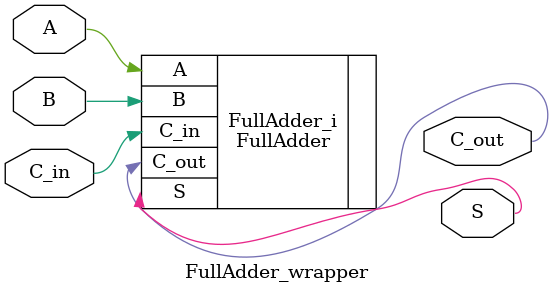
<source format=v>
`timescale 1 ps / 1 ps

module FullAdder_wrapper
   (A,
    B,
    C_in,
    C_out,
    S);
  input [0:0]A;
  input [0:0]B;
  input [0:0]C_in;
  output [0:0]C_out;
  output [0:0]S;

  wire [0:0]A;
  wire [0:0]B;
  wire [0:0]C_in;
  wire [0:0]C_out;
  wire [0:0]S;

  FullAdder FullAdder_i
       (.A(A),
        .B(B),
        .C_in(C_in),
        .C_out(C_out),
        .S(S));
endmodule

</source>
